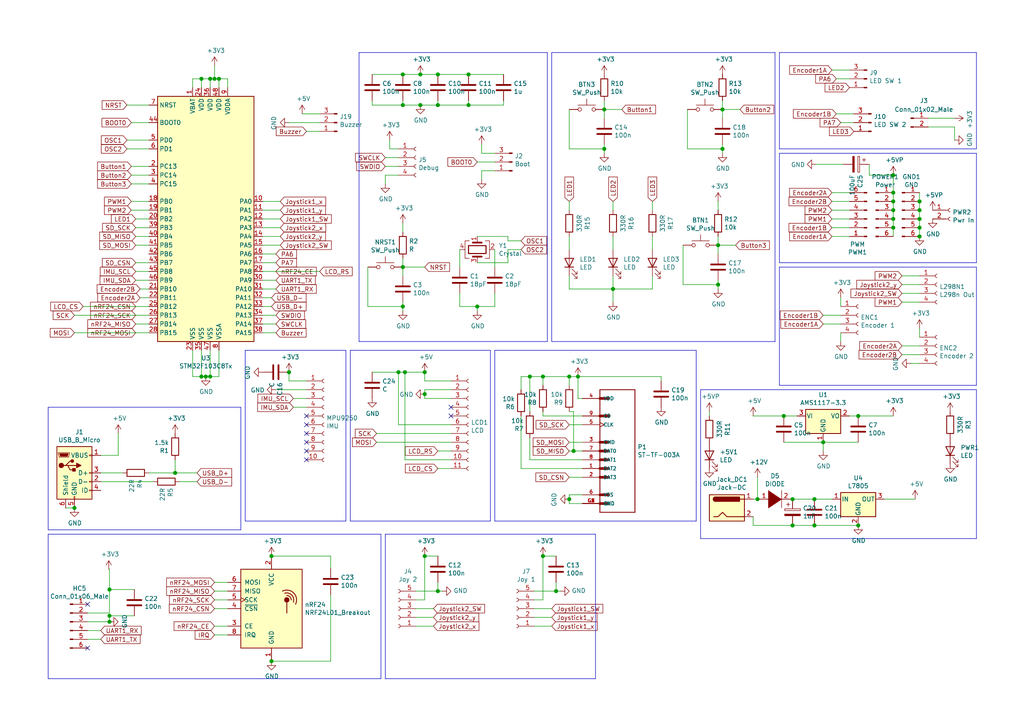
<source format=kicad_sch>
(kicad_sch (version 20200828) (generator eeschema)
  (page 1 1)
  (paper "A4")
  (junction (at 21.59 147.32) (diameter 1.016))
  (junction (at 31.75 170.9928) (diameter 1.016))
  (junction (at 31.75 178.6128) (diameter 1.016))
  (junction (at 31.75 180.34) (diameter 1.016))
  (junction (at 50.8 137.16) (diameter 1.016))
  (junction (at 58.42 22.86) (diameter 1.016))
  (junction (at 58.42 109.22) (diameter 1.016))
  (junction (at 59.69 109.22) (diameter 1.016))
  (junction (at 60.96 22.86) (diameter 1.016))
  (junction (at 60.96 109.22) (diameter 1.016))
  (junction (at 62.23 22.86) (diameter 1.016))
  (junction (at 63.5 22.86) (diameter 1.016))
  (junction (at 78.74 161.29) (diameter 1.016))
  (junction (at 78.74 191.77) (diameter 1.016))
  (junction (at 83.82 107.95) (diameter 1.016))
  (junction (at 115.57 107.95) (diameter 1.016))
  (junction (at 116.84 21.59) (diameter 1.016))
  (junction (at 116.84 30.48) (diameter 1.016))
  (junction (at 116.84 77.47) (diameter 1.016))
  (junction (at 116.84 88.9) (diameter 1.016))
  (junction (at 117.4496 107.95) (diameter 1.016))
  (junction (at 121.92 21.59) (diameter 1.016))
  (junction (at 121.92 30.48) (diameter 1.016))
  (junction (at 123.19 107.95) (diameter 1.016))
  (junction (at 123.19 114.3) (diameter 1.016))
  (junction (at 123.19 161.29) (diameter 1.016))
  (junction (at 127 21.59) (diameter 1.016))
  (junction (at 127 30.48) (diameter 1.016))
  (junction (at 127 171.45) (diameter 1.016))
  (junction (at 135.89 21.59) (diameter 1.016))
  (junction (at 135.89 30.48) (diameter 1.016))
  (junction (at 138.43 88.9) (diameter 1.016))
  (junction (at 153.67 109.22) (diameter 1.016))
  (junction (at 157.48 109.22) (diameter 1.016))
  (junction (at 157.48 161.29) (diameter 1.016))
  (junction (at 161.29 171.45) (diameter 1.016))
  (junction (at 165.1 109.22) (diameter 1.016))
  (junction (at 165.1 144.78) (diameter 1.016))
  (junction (at 166.37 130.81) (diameter 1.016))
  (junction (at 167.64 109.22) (diameter 1.016))
  (junction (at 175.26 31.75) (diameter 1.016))
  (junction (at 175.26 43.18) (diameter 1.016))
  (junction (at 177.8 83.82) (diameter 1.016))
  (junction (at 208.28 71.12) (diameter 1.016))
  (junction (at 208.28 82.55) (diameter 1.016))
  (junction (at 209.55 31.75) (diameter 1.016))
  (junction (at 209.55 43.18) (diameter 1.016))
  (junction (at 219.71 144.78) (diameter 1.016))
  (junction (at 227.33 120.65) (diameter 1.016))
  (junction (at 229.87 144.78) (diameter 1.016))
  (junction (at 229.87 152.4) (diameter 1.016))
  (junction (at 236.22 144.78) (diameter 1.016))
  (junction (at 236.22 152.4) (diameter 1.016))
  (junction (at 238.76 128.27) (diameter 1.016))
  (junction (at 248.92 120.65) (diameter 1.016))
  (junction (at 248.92 152.4) (diameter 1.016))
  (junction (at 259.08 50.8) (diameter 1.016))
  (junction (at 259.08 55.88) (diameter 1.016))
  (junction (at 259.08 58.42) (diameter 1.016))
  (junction (at 259.08 60.96) (diameter 1.016))
  (junction (at 259.08 63.5) (diameter 1.016))
  (junction (at 259.08 66.04) (diameter 1.016))
  (junction (at 266.7 58.42) (diameter 1.016))
  (junction (at 266.7 60.96) (diameter 1.016))
  (junction (at 266.7 63.5) (diameter 1.016))
  (junction (at 266.7 66.04) (diameter 1.016))
  (junction (at 266.7 68.58) (diameter 1.016))
  (no_connect (at 88.9 130.81))
  (no_connect (at 88.9 123.19))
  (no_connect (at 88.9 120.65))
  (no_connect (at 88.9 125.73))
  (no_connect (at 130.81 118.11))
  (no_connect (at 130.81 120.65))
  (no_connect (at 88.9 128.27))
  (no_connect (at 25.4 175.26))
  (no_connect (at 88.9 133.35))
  (no_connect (at 25.4 187.96))
  (wire (pts (xy 19.05 147.32) (xy 21.59 147.32)))
  (wire (pts (xy 21.59 91.44) (xy 43.18 91.44)))
  (wire (pts (xy 21.59 96.52) (xy 43.18 96.52)))
  (wire (pts (xy 25.4 177.8) (xy 31.75 177.8)))
  (wire (pts (xy 25.4 180.34) (xy 31.75 180.34)))
  (wire (pts (xy 25.4 185.42) (xy 29.21 185.42)))
  (wire (pts (xy 29.21 132.08) (xy 34.29 132.08)))
  (wire (pts (xy 29.21 137.16) (xy 35.56 137.16)))
  (wire (pts (xy 29.21 139.7) (xy 44.45 139.7)))
  (wire (pts (xy 29.21 182.88) (xy 25.4 182.88)))
  (wire (pts (xy 31.75 165.1508) (xy 31.5468 165.1508)))
  (wire (pts (xy 31.75 170.9928) (xy 31.75 165.1508)))
  (wire (pts (xy 31.75 170.9928) (xy 31.75 177.8)))
  (wire (pts (xy 31.75 170.9928) (xy 38.9636 170.9928)))
  (wire (pts (xy 31.75 178.562) (xy 31.75 178.6128)))
  (wire (pts (xy 31.75 178.6128) (xy 31.75 178.562)))
  (wire (pts (xy 31.75 178.6128) (xy 38.9636 178.6128)))
  (wire (pts (xy 31.75 180.34) (xy 31.75 178.6128)))
  (wire (pts (xy 34.29 125.73) (xy 34.29 132.08)))
  (wire (pts (xy 36.83 43.18) (xy 43.18 43.18)))
  (wire (pts (xy 38.1 48.26) (xy 43.18 48.26)))
  (wire (pts (xy 38.1 60.96) (xy 43.18 60.96)))
  (wire (pts (xy 39.37 63.5) (xy 43.18 63.5)))
  (wire (pts (xy 39.37 68.58) (xy 43.18 68.58)))
  (wire (pts (xy 39.37 71.12) (xy 43.18 71.12)))
  (wire (pts (xy 39.37 76.2) (xy 43.18 76.2)))
  (wire (pts (xy 39.37 78.74) (xy 43.18 78.74)))
  (wire (pts (xy 39.37 81.28) (xy 43.18 81.28)))
  (wire (pts (xy 39.37 93.98) (xy 43.18 93.98)))
  (wire (pts (xy 40.64 83.82) (xy 43.18 83.82)))
  (wire (pts (xy 43.18 30.48) (xy 36.83 30.48)))
  (wire (pts (xy 43.18 35.56) (xy 38.1 35.56)))
  (wire (pts (xy 43.18 40.64) (xy 36.83 40.64)))
  (wire (pts (xy 43.18 50.8) (xy 38.1 50.8)))
  (wire (pts (xy 43.18 53.34) (xy 38.1 53.34)))
  (wire (pts (xy 43.18 58.42) (xy 38.1 58.42)))
  (wire (pts (xy 43.18 66.04) (xy 39.37 66.04)))
  (wire (pts (xy 43.18 86.36) (xy 40.64 86.36)))
  (wire (pts (xy 43.18 88.9) (xy 24.13 88.9)))
  (wire (pts (xy 43.18 137.16) (xy 50.8 137.16)))
  (wire (pts (xy 50.8 137.16) (xy 50.8 133.35)))
  (wire (pts (xy 50.8 137.16) (xy 57.15 137.16)))
  (wire (pts (xy 52.07 139.7) (xy 57.15 139.7)))
  (wire (pts (xy 55.88 22.86) (xy 58.42 22.86)))
  (wire (pts (xy 55.88 25.4) (xy 55.88 22.86)))
  (wire (pts (xy 55.88 101.6) (xy 55.88 109.22)))
  (wire (pts (xy 55.88 109.22) (xy 58.42 109.22)))
  (wire (pts (xy 58.42 22.86) (xy 60.96 22.86)))
  (wire (pts (xy 58.42 25.4) (xy 58.42 22.86)))
  (wire (pts (xy 58.42 101.6) (xy 58.42 109.22)))
  (wire (pts (xy 58.42 109.22) (xy 59.69 109.22)))
  (wire (pts (xy 59.69 109.22) (xy 60.96 109.22)))
  (wire (pts (xy 60.96 22.86) (xy 62.23 22.86)))
  (wire (pts (xy 60.96 25.4) (xy 60.96 22.86)))
  (wire (pts (xy 60.96 101.6) (xy 60.96 109.22)))
  (wire (pts (xy 60.96 109.22) (xy 63.5 109.22)))
  (wire (pts (xy 62.23 19.05) (xy 62.23 22.86)))
  (wire (pts (xy 62.23 22.86) (xy 63.5 22.86)))
  (wire (pts (xy 62.23 168.91) (xy 66.04 168.91)))
  (wire (pts (xy 62.23 171.45) (xy 66.04 171.45)))
  (wire (pts (xy 62.23 176.53) (xy 66.04 176.53)))
  (wire (pts (xy 62.23 181.61) (xy 66.04 181.61)))
  (wire (pts (xy 62.23 184.15) (xy 66.04 184.15)))
  (wire (pts (xy 63.5 22.86) (xy 66.04 22.86)))
  (wire (pts (xy 63.5 25.4) (xy 63.5 22.86)))
  (wire (pts (xy 63.5 109.22) (xy 63.5 101.6)))
  (wire (pts (xy 66.04 22.86) (xy 66.04 25.4)))
  (wire (pts (xy 66.04 173.99) (xy 62.23 173.99)))
  (wire (pts (xy 76.2 58.42) (xy 81.28 58.42)))
  (wire (pts (xy 76.2 60.96) (xy 81.28 60.96)))
  (wire (pts (xy 76.2 68.58) (xy 81.28 68.58)))
  (wire (pts (xy 76.2 73.66) (xy 80.01 73.66)))
  (wire (pts (xy 76.2 78.74) (xy 92.71 78.74)))
  (wire (pts (xy 76.2 83.82) (xy 80.01 83.82)))
  (wire (pts (xy 76.2 86.36) (xy 78.74 86.36)))
  (wire (pts (xy 76.2 88.9) (xy 78.74 88.9)))
  (wire (pts (xy 76.2 91.44) (xy 80.01 91.44)))
  (wire (pts (xy 76.2 96.52) (xy 80.01 96.52)))
  (wire (pts (xy 78.74 161.29) (xy 95.9104 161.29)))
  (wire (pts (xy 80.01 76.2) (xy 76.2 76.2)))
  (wire (pts (xy 80.01 81.28) (xy 76.2 81.28)))
  (wire (pts (xy 80.01 93.98) (xy 76.2 93.98)))
  (wire (pts (xy 81.28 63.5) (xy 76.2 63.5)))
  (wire (pts (xy 81.28 66.04) (xy 76.2 66.04)))
  (wire (pts (xy 81.28 71.12) (xy 76.2 71.12)))
  (wire (pts (xy 83.82 35.56) (xy 92.71 35.56)))
  (wire (pts (xy 83.82 107.95) (xy 83.82 110.49)))
  (wire (pts (xy 83.82 110.49) (xy 88.9 110.49)))
  (wire (pts (xy 85.09 115.57) (xy 88.9 115.57)))
  (wire (pts (xy 85.09 118.11) (xy 88.9 118.11)))
  (wire (pts (xy 88.9 113.03) (xy 80.01 113.03)))
  (wire (pts (xy 92.71 33.02) (xy 87.63 33.02)))
  (wire (pts (xy 92.71 38.1) (xy 88.9 38.1)))
  (wire (pts (xy 95.9104 161.29) (xy 95.9104 164.846)))
  (wire (pts (xy 95.9104 172.466) (xy 95.9104 191.77)))
  (wire (pts (xy 95.9104 191.77) (xy 78.74 191.77)))
  (wire (pts (xy 106.68 77.47) (xy 106.68 88.9)))
  (wire (pts (xy 106.68 88.9) (xy 116.84 88.9)))
  (wire (pts (xy 107.95 21.59) (xy 116.84 21.59)))
  (wire (pts (xy 107.95 29.21) (xy 107.95 30.48)))
  (wire (pts (xy 107.95 30.48) (xy 116.84 30.48)))
  (wire (pts (xy 107.95 107.95) (xy 115.57 107.95)))
  (wire (pts (xy 109.22 125.73) (xy 130.81 125.73)))
  (wire (pts (xy 109.22 128.27) (xy 130.81 128.27)))
  (wire (pts (xy 111.76 45.72) (xy 115.57 45.72)))
  (wire (pts (xy 111.76 50.8) (xy 111.76 53.34)))
  (wire (pts (xy 113.03 40.64) (xy 113.03 43.18)))
  (wire (pts (xy 113.03 43.18) (xy 115.57 43.18)))
  (wire (pts (xy 115.57 48.26) (xy 111.76 48.26)))
  (wire (pts (xy 115.57 50.8) (xy 111.76 50.8)))
  (wire (pts (xy 115.57 107.95) (xy 117.4496 107.95)))
  (wire (pts (xy 115.57 123.19) (xy 115.57 107.95)))
  (wire (pts (xy 116.84 21.59) (xy 121.92 21.59)))
  (wire (pts (xy 116.84 29.21) (xy 116.84 30.48)))
  (wire (pts (xy 116.84 30.48) (xy 121.92 30.48)))
  (wire (pts (xy 116.84 64.77) (xy 116.84 67.31)))
  (wire (pts (xy 116.84 77.47) (xy 116.84 74.93)))
  (wire (pts (xy 116.84 77.47) (xy 123.19 77.47)))
  (wire (pts (xy 116.84 80.01) (xy 116.84 77.47)))
  (wire (pts (xy 116.84 87.63) (xy 116.84 88.9)))
  (wire (pts (xy 116.84 88.9) (xy 116.84 90.17)))
  (wire (pts (xy 117.4496 107.95) (xy 123.19 107.95)))
  (wire (pts (xy 117.4496 133.35) (xy 117.4496 107.95)))
  (wire (pts (xy 117.4496 133.35) (xy 130.81 133.35)))
  (wire (pts (xy 120.65 173.99) (xy 123.19 173.99)))
  (wire (pts (xy 120.65 179.07) (xy 125.73 179.07)))
  (wire (pts (xy 121.92 21.59) (xy 127 21.59)))
  (wire (pts (xy 121.92 30.48) (xy 127 30.48)))
  (wire (pts (xy 123.19 107.95) (xy 123.19 110.49)))
  (wire (pts (xy 123.19 110.49) (xy 130.81 110.49)))
  (wire (pts (xy 123.19 113.03) (xy 130.81 113.03)))
  (wire (pts (xy 123.19 114.3) (xy 123.19 113.03)))
  (wire (pts (xy 123.19 115.57) (xy 123.19 114.3)))
  (wire (pts (xy 123.19 161.29) (xy 127 161.29)))
  (wire (pts (xy 123.19 173.99) (xy 123.19 161.29)))
  (wire (pts (xy 125.73 176.53) (xy 120.65 176.53)))
  (wire (pts (xy 125.73 181.61) (xy 120.65 181.61)))
  (wire (pts (xy 127 21.59) (xy 135.89 21.59)))
  (wire (pts (xy 127 29.21) (xy 127 30.48)))
  (wire (pts (xy 127 30.48) (xy 135.89 30.48)))
  (wire (pts (xy 127 130.81) (xy 130.81 130.81)))
  (wire (pts (xy 127 135.89) (xy 130.81 135.89)))
  (wire (pts (xy 127 168.91) (xy 127 171.45)))
  (wire (pts (xy 127 171.45) (xy 120.65 171.45)))
  (wire (pts (xy 128.27 171.45) (xy 127 171.45)))
  (wire (pts (xy 130.81 115.57) (xy 123.19 115.57)))
  (wire (pts (xy 130.81 123.19) (xy 115.57 123.19)))
  (wire (pts (xy 133.35 72.39) (xy 133.35 77.47)))
  (wire (pts (xy 133.35 85.09) (xy 133.35 88.9)))
  (wire (pts (xy 133.35 88.9) (xy 138.43 88.9)))
  (wire (pts (xy 135.89 21.59) (xy 146.05 21.59)))
  (wire (pts (xy 135.89 29.21) (xy 135.89 30.48)))
  (wire (pts (xy 138.43 68.58) (xy 147.32 68.58)))
  (wire (pts (xy 138.43 76.2) (xy 147.32 76.2)))
  (wire (pts (xy 138.43 88.9) (xy 143.51 88.9)))
  (wire (pts (xy 138.43 90.17) (xy 138.43 88.9)))
  (wire (pts (xy 139.7 44.45) (xy 139.7 41.91)))
  (wire (pts (xy 139.7 49.53) (xy 143.51 49.53)))
  (wire (pts (xy 139.7 52.07) (xy 139.7 49.53)))
  (wire (pts (xy 143.51 44.45) (xy 139.7 44.45)))
  (wire (pts (xy 143.51 46.99) (xy 138.43 46.99)))
  (wire (pts (xy 143.51 77.47) (xy 143.51 72.39)))
  (wire (pts (xy 143.51 88.9) (xy 143.51 85.09)))
  (wire (pts (xy 146.05 29.21) (xy 146.05 30.48)))
  (wire (pts (xy 146.05 30.48) (xy 135.89 30.48)))
  (wire (pts (xy 147.32 68.58) (xy 147.32 69.85)))
  (wire (pts (xy 147.32 69.85) (xy 151.13 69.85)))
  (wire (pts (xy 147.32 72.39) (xy 151.13 72.39)))
  (wire (pts (xy 147.32 76.2) (xy 147.32 72.39)))
  (wire (pts (xy 151.13 109.22) (xy 153.67 109.22)))
  (wire (pts (xy 151.13 113.03) (xy 151.13 109.22)))
  (wire (pts (xy 151.13 120.65) (xy 151.13 135.89)))
  (wire (pts (xy 153.67 109.22) (xy 157.48 109.22)))
  (wire (pts (xy 153.67 119.38) (xy 153.67 109.22)))
  (wire (pts (xy 153.67 133.35) (xy 153.67 127)))
  (wire (pts (xy 153.67 133.35) (xy 168.91 133.35)))
  (wire (pts (xy 154.94 173.99) (xy 157.48 173.99)))
  (wire (pts (xy 154.94 179.07) (xy 160.02 179.07)))
  (wire (pts (xy 154.94 181.61) (xy 160.02 181.61)))
  (wire (pts (xy 157.48 109.22) (xy 165.1 109.22)))
  (wire (pts (xy 157.48 111.76) (xy 157.48 109.22)))
  (wire (pts (xy 157.48 120.65) (xy 157.48 119.38)))
  (wire (pts (xy 157.48 161.29) (xy 161.29 161.29)))
  (wire (pts (xy 157.48 173.99) (xy 157.48 161.29)))
  (wire (pts (xy 160.02 176.53) (xy 154.94 176.53)))
  (wire (pts (xy 161.29 168.91) (xy 161.29 171.45)))
  (wire (pts (xy 161.29 171.45) (xy 154.94 171.45)))
  (wire (pts (xy 162.56 171.45) (xy 161.29 171.45)))
  (wire (pts (xy 165.1 31.75) (xy 165.1 43.18)))
  (wire (pts (xy 165.1 43.18) (xy 175.26 43.18)))
  (wire (pts (xy 165.1 60.96) (xy 165.1 58.42)))
  (wire (pts (xy 165.1 72.39) (xy 165.1 68.58)))
  (wire (pts (xy 165.1 80.01) (xy 165.1 83.82)))
  (wire (pts (xy 165.1 83.82) (xy 177.8 83.82)))
  (wire (pts (xy 165.1 109.22) (xy 167.64 109.22)))
  (wire (pts (xy 165.1 111.76) (xy 165.1 109.22)))
  (wire (pts (xy 165.1 128.27) (xy 168.91 128.27)))
  (wire (pts (xy 165.1 130.81) (xy 166.37 130.81)))
  (wire (pts (xy 165.1 138.43) (xy 168.91 138.43)))
  (wire (pts (xy 165.1 143.51) (xy 165.1 144.78)))
  (wire (pts (xy 165.1 144.78) (xy 165.1 146.05)))
  (wire (pts (xy 165.1 146.05) (xy 168.91 146.05)))
  (wire (pts (xy 166.37 119.38) (xy 165.1 119.38)))
  (wire (pts (xy 166.37 130.81) (xy 166.37 119.38)))
  (wire (pts (xy 166.37 130.81) (xy 168.91 130.81)))
  (wire (pts (xy 167.64 109.22) (xy 167.64 115.57)))
  (wire (pts (xy 167.64 109.22) (xy 191.77 109.22)))
  (wire (pts (xy 168.91 115.57) (xy 167.64 115.57)))
  (wire (pts (xy 168.91 120.65) (xy 157.48 120.65)))
  (wire (pts (xy 168.91 123.19) (xy 165.1 123.19)))
  (wire (pts (xy 168.91 135.89) (xy 151.13 135.89)))
  (wire (pts (xy 168.91 143.51) (xy 165.1 143.51)))
  (wire (pts (xy 175.26 31.75) (xy 175.26 29.21)))
  (wire (pts (xy 175.26 34.29) (xy 175.26 31.75)))
  (wire (pts (xy 175.26 41.91) (xy 175.26 43.18)))
  (wire (pts (xy 175.26 43.18) (xy 175.26 44.45)))
  (wire (pts (xy 177.8 60.96) (xy 177.8 58.42)))
  (wire (pts (xy 177.8 72.39) (xy 177.8 68.58)))
  (wire (pts (xy 177.8 80.01) (xy 177.8 83.82)))
  (wire (pts (xy 177.8 83.82) (xy 177.8 87.63)))
  (wire (pts (xy 177.8 83.82) (xy 189.23 83.82)))
  (wire (pts (xy 180.34 31.75) (xy 175.26 31.75)))
  (wire (pts (xy 189.23 60.96) (xy 189.23 58.42)))
  (wire (pts (xy 189.23 72.39) (xy 189.23 68.58)))
  (wire (pts (xy 189.23 83.82) (xy 189.23 80.01)))
  (wire (pts (xy 191.77 109.22) (xy 191.77 110.49)))
  (wire (pts (xy 198.12 71.12) (xy 198.12 82.55)))
  (wire (pts (xy 198.12 82.55) (xy 208.28 82.55)))
  (wire (pts (xy 199.39 31.75) (xy 199.39 43.18)))
  (wire (pts (xy 199.39 43.18) (xy 209.55 43.18)))
  (wire (pts (xy 205.74 119.38) (xy 205.74 120.65)))
  (wire (pts (xy 208.28 58.42) (xy 208.28 60.96)))
  (wire (pts (xy 208.28 71.12) (xy 208.28 68.58)))
  (wire (pts (xy 208.28 71.12) (xy 213.36 71.12)))
  (wire (pts (xy 208.28 73.66) (xy 208.28 71.12)))
  (wire (pts (xy 208.28 81.28) (xy 208.28 82.55)))
  (wire (pts (xy 208.28 82.55) (xy 208.28 83.82)))
  (wire (pts (xy 209.55 31.75) (xy 209.55 29.21)))
  (wire (pts (xy 209.55 31.75) (xy 214.63 31.75)))
  (wire (pts (xy 209.55 34.29) (xy 209.55 31.75)))
  (wire (pts (xy 209.55 41.91) (xy 209.55 43.18)))
  (wire (pts (xy 209.55 43.18) (xy 209.55 44.45)))
  (wire (pts (xy 218.44 120.65) (xy 227.33 120.65)))
  (wire (pts (xy 218.44 144.78) (xy 219.71 144.78)))
  (wire (pts (xy 218.44 149.86) (xy 218.44 152.4)))
  (wire (pts (xy 218.44 152.4) (xy 229.87 152.4)))
  (wire (pts (xy 219.71 144.78) (xy 219.71 138.43)))
  (wire (pts (xy 227.33 128.27) (xy 238.76 128.27)))
  (wire (pts (xy 229.87 144.78) (xy 236.22 144.78)))
  (wire (pts (xy 229.87 152.4) (xy 236.22 152.4)))
  (wire (pts (xy 231.14 120.65) (xy 227.33 120.65)))
  (wire (pts (xy 236.22 144.78) (xy 241.3 144.78)))
  (wire (pts (xy 236.22 152.4) (xy 248.92 152.4)))
  (wire (pts (xy 236.6772 47.6504) (xy 244.5004 47.6504)))
  (wire (pts (xy 238.76 128.27) (xy 238.76 130.81)))
  (wire (pts (xy 238.76 128.27) (xy 248.92 128.27)))
  (wire (pts (xy 241.3 60.96) (xy 246.38 60.96)))
  (wire (pts (xy 242.57 22.86) (xy 246.38 22.86)))
  (wire (pts (xy 243.84 88.9) (xy 243.84 86.36)))
  (wire (pts (xy 243.84 91.44) (xy 238.76 91.44)))
  (wire (pts (xy 243.84 93.98) (xy 238.76 93.98)))
  (wire (pts (xy 243.84 96.52) (xy 243.84 99.06)))
  (wire (pts (xy 246.38 20.32) (xy 241.3 20.32)))
  (wire (pts (xy 246.38 55.88) (xy 241.3 55.88)))
  (wire (pts (xy 246.38 58.42) (xy 241.3 58.42)))
  (wire (pts (xy 246.38 63.5) (xy 241.3 63.5)))
  (wire (pts (xy 246.38 66.04) (xy 241.3 66.04)))
  (wire (pts (xy 246.38 68.58) (xy 241.3 68.58)))
  (wire (pts (xy 247.65 33.02) (xy 242.57 33.02)))
  (wire (pts (xy 247.65 35.56) (xy 243.84 35.56)))
  (wire (pts (xy 248.92 120.65) (xy 246.38 120.65)))
  (wire (pts (xy 248.92 120.65) (xy 259.08 120.65)))
  (wire (pts (xy 252.1204 50.8) (xy 252.1204 47.6504)))
  (wire (pts (xy 256.54 144.78) (xy 265.43 144.78)))
  (wire (pts (xy 259.08 50.8) (xy 252.1204 50.8)))
  (wire (pts (xy 259.08 55.88) (xy 259.08 50.8)))
  (wire (pts (xy 259.08 58.42) (xy 259.08 55.88)))
  (wire (pts (xy 259.08 60.96) (xy 259.08 58.42)))
  (wire (pts (xy 259.08 63.5) (xy 259.08 60.96)))
  (wire (pts (xy 259.08 66.04) (xy 259.08 63.5)))
  (wire (pts (xy 259.08 68.58) (xy 259.08 66.04)))
  (wire (pts (xy 261.62 80.01) (xy 266.7 80.01)))
  (wire (pts (xy 261.62 85.09) (xy 266.7 85.09)))
  (wire (pts (xy 264.16 105.41) (xy 266.7 105.41)))
  (wire (pts (xy 266.7 55.88) (xy 266.7 58.42)))
  (wire (pts (xy 266.7 58.42) (xy 266.7 60.96)))
  (wire (pts (xy 266.7 60.96) (xy 266.7 63.5)))
  (wire (pts (xy 266.7 63.5) (xy 266.7 66.04)))
  (wire (pts (xy 266.7 66.04) (xy 266.7 68.58)))
  (wire (pts (xy 266.7 82.55) (xy 261.62 82.55)))
  (wire (pts (xy 266.7 87.63) (xy 261.62 87.63)))
  (wire (pts (xy 266.7 97.79) (xy 266.7 95.25)))
  (wire (pts (xy 266.7 100.33) (xy 261.62 100.33)))
  (wire (pts (xy 266.7 102.87) (xy 261.62 102.87)))
  (wire (pts (xy 269.24 34.29) (xy 276.86 34.29)))
  (wire (pts (xy 269.24 36.83) (xy 276.86 36.83)))
  (wire (pts (xy 276.86 40.64) (xy 276.86 36.83)))
  (polyline (pts (xy 13.97 118.11) (xy 69.85 118.11)) (stroke (width 0) (type solid)))
  (polyline (pts (xy 13.97 153.67) (xy 13.97 118.11)) (stroke (width 0) (type solid)))
  (polyline (pts (xy 13.97 154.94) (xy 13.97 196.85)) (stroke (width 0) (type solid)))
  (polyline (pts (xy 13.97 196.85) (xy 110.49 196.85)) (stroke (width 0) (type solid)))
  (polyline (pts (xy 69.85 118.11) (xy 69.85 153.67)) (stroke (width 0) (type solid)))
  (polyline (pts (xy 69.85 153.67) (xy 13.97 153.67)) (stroke (width 0) (type solid)))
  (polyline (pts (xy 71.12 101.6) (xy 100.33 101.6)) (stroke (width 0) (type solid)))
  (polyline (pts (xy 71.12 151.13) (xy 71.12 101.6)) (stroke (width 0) (type solid)))
  (polyline (pts (xy 100.33 101.6) (xy 100.33 151.13)) (stroke (width 0) (type solid)))
  (polyline (pts (xy 100.33 151.13) (xy 71.12 151.13)) (stroke (width 0) (type solid)))
  (polyline (pts (xy 101.6 101.6) (xy 142.24 101.6)) (stroke (width 0) (type solid)))
  (polyline (pts (xy 101.6 151.13) (xy 101.6 101.6)) (stroke (width 0) (type solid)))
  (polyline (pts (xy 104.14 99.06) (xy 104.14 15.24)) (stroke (width 0) (type solid)))
  (polyline (pts (xy 104.14 99.06) (xy 158.75 99.06)) (stroke (width 0) (type solid)))
  (polyline (pts (xy 110.49 154.94) (xy 13.97 154.94)) (stroke (width 0) (type solid)))
  (polyline (pts (xy 110.49 196.85) (xy 110.49 154.94)) (stroke (width 0) (type solid)))
  (polyline (pts (xy 111.76 154.94) (xy 111.76 196.85)) (stroke (width 0) (type solid)))
  (polyline (pts (xy 111.76 196.85) (xy 172.72 196.85)) (stroke (width 0) (type solid)))
  (polyline (pts (xy 142.24 101.6) (xy 142.24 151.13)) (stroke (width 0) (type solid)))
  (polyline (pts (xy 142.24 151.13) (xy 101.6 151.13)) (stroke (width 0) (type solid)))
  (polyline (pts (xy 143.51 101.6) (xy 201.93 101.6)) (stroke (width 0) (type solid)))
  (polyline (pts (xy 143.51 151.13) (xy 143.51 101.6)) (stroke (width 0) (type solid)))
  (polyline (pts (xy 158.75 15.24) (xy 104.14 15.24)) (stroke (width 0) (type solid)))
  (polyline (pts (xy 158.75 99.06) (xy 158.75 15.24)) (stroke (width 0) (type solid)))
  (polyline (pts (xy 160.02 15.24) (xy 160.02 99.06)) (stroke (width 0) (type solid)))
  (polyline (pts (xy 160.02 15.24) (xy 224.79 15.24)) (stroke (width 0) (type solid)))
  (polyline (pts (xy 160.02 99.06) (xy 224.79 99.06)) (stroke (width 0) (type solid)))
  (polyline (pts (xy 172.72 154.94) (xy 111.76 154.94)) (stroke (width 0) (type solid)))
  (polyline (pts (xy 172.72 196.85) (xy 172.72 154.94)) (stroke (width 0) (type solid)))
  (polyline (pts (xy 201.93 101.6) (xy 201.93 151.13)) (stroke (width 0) (type solid)))
  (polyline (pts (xy 201.93 151.13) (xy 143.51 151.13)) (stroke (width 0) (type solid)))
  (polyline (pts (xy 203.2 113.03) (xy 203.2 156.21)) (stroke (width 0) (type solid)))
  (polyline (pts (xy 203.2 156.21) (xy 283.21 156.21)) (stroke (width 0) (type solid)))
  (polyline (pts (xy 224.79 15.24) (xy 224.79 99.06)) (stroke (width 0) (type solid)))
  (polyline (pts (xy 226.06 15.24) (xy 226.06 43.18)) (stroke (width 0) (type solid)))
  (polyline (pts (xy 226.06 43.18) (xy 283.21 43.18)) (stroke (width 0) (type solid)))
  (polyline (pts (xy 226.06 44.45) (xy 226.06 76.2)) (stroke (width 0) (type solid)))
  (polyline (pts (xy 226.06 44.45) (xy 283.21 44.45)) (stroke (width 0) (type solid)))
  (polyline (pts (xy 226.06 77.47) (xy 283.21 77.47)) (stroke (width 0) (type solid)))
  (polyline (pts (xy 226.06 111.76) (xy 226.06 77.47)) (stroke (width 0) (type solid)))
  (polyline (pts (xy 283.21 15.24) (xy 226.06 15.24)) (stroke (width 0) (type solid)))
  (polyline (pts (xy 283.21 43.18) (xy 283.21 15.24)) (stroke (width 0) (type solid)))
  (polyline (pts (xy 283.21 44.45) (xy 283.21 76.2)) (stroke (width 0) (type solid)))
  (polyline (pts (xy 283.21 76.2) (xy 226.06 76.2)) (stroke (width 0) (type solid)))
  (polyline (pts (xy 283.21 77.47) (xy 283.21 111.76)) (stroke (width 0) (type solid)))
  (polyline (pts (xy 283.21 111.76) (xy 226.06 111.76)) (stroke (width 0) (type solid)))
  (polyline (pts (xy 283.21 113.03) (xy 203.2 113.03)) (stroke (width 0) (type solid)))
  (polyline (pts (xy 283.21 156.21) (xy 283.21 113.03)) (stroke (width 0) (type solid)))
  (global_label "SCK" (shape input) (at 21.59 91.44 180))
  (global_label "MOSI" (shape input) (at 21.59 96.52 180))
  (global_label "LCD_CS" (shape input) (at 24.13 88.9 180))
  (global_label "UART1_RX" (shape input) (at 29.21 182.88 0))
  (global_label "UART1_TX" (shape input) (at 29.21 185.42 0))
  (global_label "NRST" (shape input) (at 36.83 30.48 180))
  (global_label "OSC1" (shape input) (at 36.83 40.64 180))
  (global_label "OSC2" (shape input) (at 36.83 43.18 180))
  (global_label "BOOT0" (shape input) (at 38.1 35.56 180))
  (global_label "Button1" (shape input) (at 38.1 48.26 180))
  (global_label "Button2" (shape input) (at 38.1 50.8 180))
  (global_label "Button3" (shape input) (at 38.1 53.34 180))
  (global_label "PWM1" (shape input) (at 38.1 58.42 180))
  (global_label "PWM2" (shape input) (at 38.1 60.96 180))
  (global_label "LED1" (shape input) (at 39.37 63.5 180))
  (global_label "SD_SCK" (shape input) (at 39.37 66.04 180))
  (global_label "SD_MISO" (shape input) (at 39.37 68.58 180))
  (global_label "SD_MOSI" (shape input) (at 39.37 71.12 180))
  (global_label "SD_CSN" (shape input) (at 39.37 76.2 180))
  (global_label "IMU_SCL" (shape input) (at 39.37 78.74 180))
  (global_label "IMU_SDA" (shape input) (at 39.37 81.28 180))
  (global_label "nRF24_CSN" (shape input) (at 39.37 88.9 180))
  (global_label "nRF24_SCK" (shape input) (at 39.37 91.44 180))
  (global_label "nRF24_MISO" (shape input) (at 39.37 93.98 180))
  (global_label "nRF24_MOSI" (shape input) (at 39.37 96.52 180))
  (global_label "Encoder2B" (shape input) (at 40.64 83.82 180))
  (global_label "Encoder2A" (shape input) (at 40.64 86.36 180))
  (global_label "USB_D+" (shape input) (at 57.15 137.16 0))
  (global_label "USB_D-" (shape input) (at 57.15 139.7 0))
  (global_label "nRF24_MOSI" (shape input) (at 62.23 168.91 180))
  (global_label "nRF24_MISO" (shape input) (at 62.23 171.45 180))
  (global_label "nRF24_SCK" (shape input) (at 62.23 173.99 180))
  (global_label "nRF24_CSN" (shape input) (at 62.23 176.53 180))
  (global_label "nRF24_CE" (shape input) (at 62.23 181.61 180))
  (global_label "IRQ" (shape input) (at 62.23 184.15 180))
  (global_label "USB_D-" (shape input) (at 78.74 86.36 0))
  (global_label "USB_D+" (shape input) (at 78.74 88.9 0))
  (global_label "PA6" (shape input) (at 80.01 73.66 0))
  (global_label "PA7" (shape input) (at 80.01 76.2 0))
  (global_label "nRF24_CE" (shape input) (at 80.01 78.74 0))
  (global_label "UART1_TX" (shape input) (at 80.01 81.28 0))
  (global_label "UART1_RX" (shape input) (at 80.01 83.82 0))
  (global_label "SWDIO" (shape input) (at 80.01 91.44 0))
  (global_label "SWCLK" (shape input) (at 80.01 93.98 0))
  (global_label "Buzzer" (shape input) (at 80.01 96.52 0))
  (global_label "Joystick1_x" (shape input) (at 81.28 58.42 0))
  (global_label "Joystick1_y" (shape input) (at 81.28 60.96 0))
  (global_label "Joystick1_SW" (shape input) (at 81.28 63.5 0))
  (global_label "Joystick2_x" (shape input) (at 81.28 66.04 0))
  (global_label "Joystick2_y" (shape input) (at 81.28 68.58 0))
  (global_label "Joystick2_SW" (shape input) (at 81.28 71.12 0))
  (global_label "IMU_SCL" (shape input) (at 85.09 115.57 180))
  (global_label "IMU_SDA" (shape input) (at 85.09 118.11 180))
  (global_label "Buzzer" (shape input) (at 88.9 38.1 180))
  (global_label "LCD_RS" (shape input) (at 92.71 78.74 0))
  (global_label "SCK" (shape input) (at 109.22 125.73 180))
  (global_label "MOSI" (shape input) (at 109.22 128.27 180))
  (global_label "SWCLK" (shape input) (at 111.76 45.72 180))
  (global_label "SWDIO" (shape input) (at 111.76 48.26 180))
  (global_label "NRST" (shape input) (at 123.19 77.47 0))
  (global_label "Joystick2_SW" (shape input) (at 125.73 176.53 0))
  (global_label "Joystick2_y" (shape input) (at 125.73 179.07 0))
  (global_label "Joystick2_x" (shape input) (at 125.73 181.61 0))
  (global_label "LCD_RS" (shape input) (at 127 130.81 180))
  (global_label "LCD_CS" (shape input) (at 127 135.89 180))
  (global_label "BOOT0" (shape input) (at 138.43 46.99 180))
  (global_label "OSC1" (shape input) (at 151.13 69.85 0))
  (global_label "OSC2" (shape input) (at 151.13 72.39 0))
  (global_label "Joystick1_SW" (shape input) (at 160.02 176.53 0))
  (global_label "Joystick1_y" (shape input) (at 160.02 179.07 0))
  (global_label "Joystick1_x" (shape input) (at 160.02 181.61 0))
  (global_label "LED1" (shape input) (at 165.1 58.42 90))
  (global_label "SD_SCK" (shape input) (at 165.1 123.19 180))
  (global_label "SD_MOSI" (shape input) (at 165.1 128.27 180))
  (global_label "SD_MISO" (shape input) (at 165.1 130.81 180))
  (global_label "SD_CSN" (shape input) (at 165.1 138.43 180))
  (global_label "LED2" (shape input) (at 177.8 58.42 90))
  (global_label "Button1" (shape input) (at 180.34 31.75 0))
  (global_label "LED3" (shape input) (at 189.23 58.42 90))
  (global_label "Button3" (shape input) (at 213.36 71.12 0))
  (global_label "Button2" (shape input) (at 214.63 31.75 0))
  (global_label "Encoder1B" (shape input) (at 238.76 91.44 180))
  (global_label "Encoder1A" (shape input) (at 238.76 93.98 180))
  (global_label "Encoder1A" (shape input) (at 241.3 20.32 180))
  (global_label "Encoder2A" (shape input) (at 241.3 55.88 180))
  (global_label "Encoder2B" (shape input) (at 241.3 58.42 180))
  (global_label "PWM2" (shape input) (at 241.3 60.96 180))
  (global_label "PWM1" (shape input) (at 241.3 63.5 180))
  (global_label "Encoder1B" (shape input) (at 241.3 66.04 180))
  (global_label "Encoder1A" (shape input) (at 241.3 68.58 180))
  (global_label "PA6" (shape input) (at 242.57 22.86 180))
  (global_label "Encoder1B" (shape input) (at 242.57 33.02 180))
  (global_label "PA7" (shape input) (at 243.84 35.56 180))
  (global_label "LED2" (shape input) (at 246.38 25.4 180))
  (global_label "LED3" (shape input) (at 247.65 38.1 180))
  (global_label "PWM2" (shape input) (at 261.62 80.01 180))
  (global_label "Joystick2_y" (shape input) (at 261.62 82.55 180))
  (global_label "Joystick2_SW" (shape input) (at 261.62 85.09 180))
  (global_label "PWM1" (shape input) (at 261.62 87.63 180))
  (global_label "Encoder2A" (shape input) (at 261.62 100.33 180))
  (global_label "Encoder2B" (shape input) (at 261.62 102.87 180))
  (symbol (lib_id "power:+3.3V") (at 31.5468 165.1508 0) (unit 1)
    (property "Reference" "#PWR0139" (effects hide))
    (property "Value" "+3.3V" (at 31.9278 160.7566 0))
  )
  (symbol (lib_id "power:+5V") (at 34.29 125.73 0) (unit 1)
    (property "Reference" "#PWR0111" (effects hide))
    (property "Value" "+5V" (at 34.671 121.3358 0))
  )
  (symbol (lib_id "power:+3.3V") (at 50.8 125.73 0) (unit 1)
    (property "Reference" "#PWR0124" (effects hide))
    (property "Value" "+3.3V" (at 51.181 121.3358 0))
  )
  (symbol (lib_id "power:+3.3V") (at 62.23 19.05 0) (unit 1)
    (property "Reference" "#PWR0109" (effects hide))
    (property "Value" "+3.3V" (at 62.611 14.6558 0))
  )
  (symbol (lib_id "power:+3.3V") (at 78.74 161.29 0) (unit 1)
    (property "Reference" "#PWR0101" (effects hide))
    (property "Value" "+3.3V" (at 79.121 156.8958 0))
  )
  (symbol (lib_id "power:+3.3V") (at 83.82 107.95 0) (unit 1)
    (property "Reference" "#PWR0128" (effects hide))
    (property "Value" "+3.3V" (at 84.201 103.5558 0))
  )
  (symbol (lib_id "power:+5V") (at 87.63 33.02 0) (unit 1)
    (property "Reference" "#PWR0127" (effects hide))
    (property "Value" "+5V" (at 88.011 28.6258 0))
  )
  (symbol (lib_id "power:+3.3V") (at 113.03 40.64 0) (unit 1)
    (property "Reference" "#PWR0137" (effects hide))
    (property "Value" "+3.3V" (at 113.411 36.2458 0))
  )
  (symbol (lib_id "power:+3.3V") (at 116.84 64.77 0) (unit 1)
    (property "Reference" "#PWR0133" (effects hide))
    (property "Value" "+3.3V" (at 117.221 60.3758 0))
  )
  (symbol (lib_id "power:+3.3V") (at 121.92 21.59 0) (unit 1)
    (property "Reference" "#PWR0131" (effects hide))
    (property "Value" "+3.3V" (at 122.301 17.1958 0))
  )
  (symbol (lib_id "power:+5V") (at 123.19 107.95 0) (unit 1)
    (property "Reference" "#PWR0108" (effects hide))
    (property "Value" "+5V" (at 123.571 103.5558 0))
  )
  (symbol (lib_id "power:+3.3V") (at 123.19 161.29 0) (unit 1)
    (property "Reference" "#PWR0105" (effects hide))
    (property "Value" "+3.3V" (at 123.571 156.8958 0))
  )
  (symbol (lib_id "power:+3.3V") (at 139.7 41.91 0) (unit 1)
    (property "Reference" "#PWR0136" (effects hide))
    (property "Value" "+3.3V" (at 140.081 37.5158 0))
  )
  (symbol (lib_id "power:+3.3V") (at 157.48 161.29 0) (unit 1)
    (property "Reference" "#PWR0107" (effects hide))
    (property "Value" "+3.3V" (at 157.861 156.8958 0))
  )
  (symbol (lib_id "power:+3.3V") (at 167.64 109.22 0) (unit 1)
    (property "Reference" "#PWR0141" (effects hide))
    (property "Value" "+3.3V" (at 168.021 104.8258 0))
  )
  (symbol (lib_id "power:+3.3V") (at 175.26 21.59 0) (unit 1)
    (property "Reference" "#PWR0120" (effects hide))
    (property "Value" "+3.3V" (at 175.641 17.1958 0))
  )
  (symbol (lib_id "power:+5VP") (at 205.74 119.38 0) (unit 1)
    (property "Reference" "#PWR0159" (effects hide))
    (property "Value" "+5VP" (at 206.121 114.9858 0))
  )
  (symbol (lib_id "power:+3.3V") (at 208.28 58.42 0) (unit 1)
    (property "Reference" "#PWR0125" (effects hide))
    (property "Value" "+3.3V" (at 208.661 54.0258 0))
  )
  (symbol (lib_id "power:+3.3V") (at 209.55 21.59 0) (unit 1)
    (property "Reference" "#PWR0122" (effects hide))
    (property "Value" "+3.3V" (at 209.931 17.1958 0))
  )
  (symbol (lib_id "power:+5V") (at 218.44 120.65 0) (unit 1)
    (property "Reference" "#PWR0116" (effects hide))
    (property "Value" "+5V" (at 218.821 116.2558 0))
  )
  (symbol (lib_id "power:+12V") (at 219.71 138.43 0) (unit 1)
    (property "Reference" "#PWR0152" (effects hide))
    (property "Value" "+12V" (at 220.091 134.0358 0))
  )
  (symbol (lib_id "power:+3.3V") (at 243.84 86.36 0) (unit 1)
    (property "Reference" "#PWR0144" (effects hide))
    (property "Value" "+3.3V" (at 244.221 81.9658 0))
  )
  (symbol (lib_id "power:+5VP") (at 259.08 50.8 0) (unit 1)
    (property "Reference" "#PWR0148" (effects hide))
    (property "Value" "+5VP" (at 259.461 46.4058 0))
  )
  (symbol (lib_id "power:+3.3V") (at 259.08 120.65 0) (unit 1)
    (property "Reference" "#PWR0117" (effects hide))
    (property "Value" "+3.3V" (at 259.461 116.2558 0))
  )
  (symbol (lib_id "power:+5V") (at 265.43 144.78 0) (unit 1)
    (property "Reference" "#PWR0151" (effects hide))
    (property "Value" "+5V" (at 265.811 140.3858 0))
  )
  (symbol (lib_id "power:+3.3V") (at 266.7 95.25 0) (unit 1)
    (property "Reference" "#PWR0143" (effects hide))
    (property "Value" "+3.3V" (at 267.081 90.8558 0))
  )
  (symbol (lib_id "power:+5VP") (at 270.51 60.96 0) (unit 1)
    (property "Reference" "#PWR0153" (effects hide))
    (property "Value" "+5VP" (at 270.891 56.5658 0))
  )
  (symbol (lib_id "power:+3.3V") (at 275.59 119.38 0) (unit 1)
    (property "Reference" "#PWR0114" (effects hide))
    (property "Value" "+3.3V" (at 275.971 114.9858 0))
  )
  (symbol (lib_id "power:+3.3V") (at 276.86 34.29 270) (unit 1)
    (property "Reference" "#PWR0160" (effects hide))
    (property "Value" "+3.3V" (at 281.2542 34.671 0))
  )
  (symbol (lib_id "power:GND") (at 21.59 147.32 0) (unit 1)
    (property "Reference" "#PWR0112" (effects hide))
    (property "Value" "GND" (at 21.717 151.7142 0))
  )
  (symbol (lib_id "power:GND") (at 31.75 180.34 90) (unit 1)
    (property "Reference" "#PWR0103" (effects hide))
    (property "Value" "GND" (at 36.1442 180.213 0))
  )
  (symbol (lib_id "power:GND") (at 59.69 109.22 0) (unit 1)
    (property "Reference" "#PWR0129" (effects hide))
    (property "Value" "GND" (at 59.817 113.6142 0))
  )
  (symbol (lib_id "power:GND") (at 76.2 107.95 270) (unit 1)
    (property "Reference" "#PWR0156" (effects hide))
    (property "Value" "GND" (at 71.8058 108.077 0))
  )
  (symbol (lib_id "power:GND") (at 78.74 191.77 0) (unit 1)
    (property "Reference" "#PWR0102" (effects hide))
    (property "Value" "GND" (at 78.867 196.1642 0))
  )
  (symbol (lib_id "power:GND") (at 80.01 113.03 270) (unit 1)
    (property "Reference" "#PWR0134" (effects hide))
    (property "Value" "GND" (at 76.7588 113.157 90) (effects (justify right)))
  )
  (symbol (lib_id "power:GND") (at 83.82 35.56 270) (unit 1)
    (property "Reference" "#PWR0126" (effects hide))
    (property "Value" "GND" (at 79.4258 35.687 0))
  )
  (symbol (lib_id "power:GND") (at 107.95 115.57 0) (unit 1)
    (property "Reference" "#PWR0155" (effects hide))
    (property "Value" "GND" (at 108.077 119.9642 0))
  )
  (symbol (lib_id "power:GND") (at 111.76 53.34 0) (unit 1)
    (property "Reference" "#PWR0138" (effects hide))
    (property "Value" "GND" (at 111.887 57.7342 0))
  )
  (symbol (lib_id "power:GND") (at 116.84 90.17 0) (unit 1)
    (property "Reference" "#PWR0132" (effects hide))
    (property "Value" "GND" (at 116.967 94.5642 0))
  )
  (symbol (lib_id "power:GND") (at 121.92 30.48 0) (unit 1)
    (property "Reference" "#PWR0130" (effects hide))
    (property "Value" "GND" (at 122.047 34.8742 0))
  )
  (symbol (lib_id "power:GND") (at 123.19 114.3 270) (unit 1)
    (property "Reference" "#PWR0118" (effects hide))
    (property "Value" "GND" (at 119.9388 114.427 90) (effects (justify right)))
  )
  (symbol (lib_id "power:GND") (at 128.27 171.45 90) (unit 1)
    (property "Reference" "#PWR0104" (effects hide))
    (property "Value" "GND" (at 131.5212 171.323 90) (effects (justify right)))
  )
  (symbol (lib_id "power:GND") (at 138.43 90.17 0) (unit 1)
    (property "Reference" "#PWR0110" (effects hide))
    (property "Value" "GND" (at 138.557 94.5642 0))
  )
  (symbol (lib_id "power:GND") (at 139.7 52.07 0) (unit 1)
    (property "Reference" "#PWR0135" (effects hide))
    (property "Value" "GND" (at 139.827 56.4642 0))
  )
  (symbol (lib_id "power:GND") (at 162.56 171.45 90) (unit 1)
    (property "Reference" "#PWR0106" (effects hide))
    (property "Value" "GND" (at 165.8112 171.323 90) (effects (justify right)))
  )
  (symbol (lib_id "power:GND") (at 165.1 144.78 270) (unit 1)
    (property "Reference" "#PWR0140" (effects hide))
    (property "Value" "GND" (at 160.7058 144.907 0))
  )
  (symbol (lib_id "power:GND") (at 175.26 44.45 0) (unit 1)
    (property "Reference" "#PWR0119" (effects hide))
    (property "Value" "GND" (at 175.387 48.8442 0))
  )
  (symbol (lib_id "power:GND") (at 177.8 87.63 0) (unit 1)
    (property "Reference" "#PWR0147" (effects hide))
    (property "Value" "GND" (at 177.927 92.0242 0))
  )
  (symbol (lib_id "power:GND") (at 191.77 118.11 0) (unit 1)
    (property "Reference" "#PWR0142" (effects hide))
    (property "Value" "GND" (at 191.897 122.5042 0))
  )
  (symbol (lib_id "power:GND") (at 205.74 135.89 0) (unit 1)
    (property "Reference" "#PWR0158" (effects hide))
    (property "Value" "GND" (at 205.867 140.2842 0))
  )
  (symbol (lib_id "power:GND") (at 208.28 83.82 0) (unit 1)
    (property "Reference" "#PWR0123" (effects hide))
    (property "Value" "GND" (at 208.407 88.2142 0))
  )
  (symbol (lib_id "power:GND") (at 209.55 44.45 0) (unit 1)
    (property "Reference" "#PWR0121" (effects hide))
    (property "Value" "GND" (at 209.677 48.8442 0))
  )
  (symbol (lib_id "power:GND") (at 236.6772 47.6504 270) (unit 1)
    (property "Reference" "#PWR0157" (effects hide))
    (property "Value" "GND" (at 233.5022 47.7647 90) (effects (justify right)))
  )
  (symbol (lib_id "power:GND") (at 238.76 130.81 0) (unit 1)
    (property "Reference" "#PWR0115" (effects hide))
    (property "Value" "GND" (at 238.887 135.2042 0))
  )
  (symbol (lib_id "power:GND") (at 243.84 99.06 0) (unit 1)
    (property "Reference" "#PWR0146" (effects hide))
    (property "Value" "GND" (at 243.967 103.4542 0))
  )
  (symbol (lib_id "power:GND") (at 248.92 152.4 0) (unit 1)
    (property "Reference" "#PWR0150" (effects hide))
    (property "Value" "GND" (at 249.047 156.7942 0))
  )
  (symbol (lib_id "power:GND") (at 264.16 105.41 270) (unit 1)
    (property "Reference" "#PWR0145" (effects hide))
    (property "Value" "GND" (at 259.7658 105.537 0))
  )
  (symbol (lib_id "power:GND") (at 266.7 68.58 0) (unit 1)
    (property "Reference" "#PWR0149" (effects hide))
    (property "Value" "GND" (at 266.827 72.9742 0))
  )
  (symbol (lib_id "power:GND") (at 270.51 63.5 0) (unit 1)
    (property "Reference" "#PWR0154" (effects hide))
    (property "Value" "GND" (at 270.637 67.8942 0))
  )
  (symbol (lib_id "power:GND") (at 275.59 134.62 0) (unit 1)
    (property "Reference" "#PWR0113" (effects hide))
    (property "Value" "GND" (at 275.717 139.0142 0))
  )
  (symbol (lib_id "power:GND") (at 276.86 40.64 90) (unit 1)
    (property "Reference" "#PWR0161" (effects hide))
    (property "Value" "GND" (at 281.2542 40.513 0))
  )
  (symbol (lib_id "Device:R") (at 39.37 137.16 270) (unit 1)
    (property "Reference" "R4" (at 40.5384 138.938 0) (effects (justify left)))
    (property "Value" "22R" (at 38.227 138.938 0) (effects (justify left)))
    (property "Footprint" "Resistor_SMD:R_0805_2012Metric_Pad1.15x1.40mm_HandSolder" (effects hide))
  )
  (symbol (lib_id "Device:R") (at 48.26 139.7 270) (unit 1)
    (property "Reference" "R5" (at 49.4284 141.478 0) (effects (justify left)))
    (property "Value" "22R" (at 47.117 141.478 0) (effects (justify left)))
    (property "Footprint" "Resistor_SMD:R_0805_2012Metric_Pad1.15x1.40mm_HandSolder" (effects hide))
  )
  (symbol (lib_id "Device:R") (at 50.8 129.54 180) (unit 1)
    (property "Reference" "R1" (at 49.022 130.7084 0) (effects (justify left)))
    (property "Value" "1.5k" (at 49.022 128.397 0) (effects (justify left)))
    (property "Footprint" "Resistor_SMD:R_0805_2012Metric_Pad1.15x1.40mm_HandSolder" (effects hide))
  )
  (symbol (lib_id "Device:R") (at 116.84 71.12 0) (unit 1)
    (property "Reference" "R2" (at 118.618 69.9516 0) (effects (justify left)))
    (property "Value" "R" (at 118.618 72.263 0) (effects (justify left)))
    (property "Footprint" "Resistor_SMD:R_0805_2012Metric_Pad1.15x1.40mm_HandSolder" (effects hide))
  )
  (symbol (lib_id "Device:R") (at 151.13 116.84 180) (unit 1)
    (property "Reference" "R6" (at 149.352 118.0084 0) (effects (justify left)))
    (property "Value" "10k" (at 149.352 115.697 0) (effects (justify left)))
    (property "Footprint" "Resistor_SMD:R_0805_2012Metric_Pad1.15x1.40mm_HandSolder" (effects hide))
  )
  (symbol (lib_id "Device:R") (at 153.67 123.19 180) (unit 1)
    (property "Reference" "R7" (at 151.892 124.3584 0) (effects (justify left)))
    (property "Value" "10k" (at 151.892 122.047 0) (effects (justify left)))
    (property "Footprint" "Resistor_SMD:R_0805_2012Metric_Pad1.15x1.40mm_HandSolder" (effects hide))
  )
  (symbol (lib_id "Device:R") (at 157.48 115.57 180) (unit 1)
    (property "Reference" "R8" (at 155.702 116.7384 0) (effects (justify left)))
    (property "Value" "10k" (at 155.702 114.427 0) (effects (justify left)))
    (property "Footprint" "Resistor_SMD:R_0805_2012Metric_Pad1.15x1.40mm_HandSolder" (effects hide))
  )
  (symbol (lib_id "Device:R") (at 165.1 64.77 180) (unit 1)
    (property "Reference" "R15" (at 170.3578 64.77 90))
    (property "Value" "330R" (at 168.046 64.77 90))
    (property "Footprint" "Resistor_SMD:R_0805_2012Metric_Pad1.15x1.40mm_HandSolder" (effects hide))
  )
  (symbol (lib_id "Device:R") (at 165.1 115.57 180) (unit 1)
    (property "Reference" "R9" (at 163.322 116.7384 0) (effects (justify left)))
    (property "Value" "10k" (at 163.322 114.427 0) (effects (justify left)))
    (property "Footprint" "Resistor_SMD:R_0805_2012Metric_Pad1.15x1.40mm_HandSolder" (effects hide))
  )
  (symbol (lib_id "Device:R") (at 175.26 25.4 0) (unit 1)
    (property "Reference" "R10" (at 177.038 24.2316 0) (effects (justify left)))
    (property "Value" "10k" (at 177.038 26.543 0) (effects (justify left)))
    (property "Footprint" "Resistor_SMD:R_0805_2012Metric_Pad1.15x1.40mm_HandSolder" (effects hide))
  )
  (symbol (lib_id "Device:R") (at 177.8 64.77 180) (unit 1)
    (property "Reference" "R16" (at 183.0578 64.77 90))
    (property "Value" "330R" (at 180.746 64.77 90))
    (property "Footprint" "Resistor_SMD:R_0805_2012Metric_Pad1.15x1.40mm_HandSolder" (effects hide))
  )
  (symbol (lib_id "Device:R") (at 189.23 64.77 180) (unit 1)
    (property "Reference" "R17" (at 194.4878 64.77 90))
    (property "Value" "330R" (at 192.176 64.77 90))
    (property "Footprint" "Resistor_SMD:R_0805_2012Metric_Pad1.15x1.40mm_HandSolder" (effects hide))
  )
  (symbol (lib_id "Device:R") (at 205.74 124.46 180) (unit 1)
    (property "Reference" "R11" (at 210.998 124.46 90))
    (property "Value" "330R" (at 208.686 124.46 90))
    (property "Footprint" "Resistor_SMD:R_0805_2012Metric_Pad1.15x1.40mm_HandSolder" (effects hide))
  )
  (symbol (lib_id "Device:R") (at 208.28 64.77 0) (unit 1)
    (property "Reference" "R12" (at 210.058 63.6016 0) (effects (justify left)))
    (property "Value" "10k" (at 210.058 65.913 0) (effects (justify left)))
    (property "Footprint" "Resistor_SMD:R_0805_2012Metric_Pad1.15x1.40mm_HandSolder" (effects hide))
  )
  (symbol (lib_id "Device:R") (at 209.55 25.4 0) (unit 1)
    (property "Reference" "R13" (at 211.328 24.2316 0) (effects (justify left)))
    (property "Value" "10k" (at 211.328 26.543 0) (effects (justify left)))
    (property "Footprint" "Resistor_SMD:R_0805_2012Metric_Pad1.15x1.40mm_HandSolder" (effects hide))
  )
  (symbol (lib_id "Device:R") (at 275.59 123.19 180) (unit 1)
    (property "Reference" "R3" (at 280.848 123.19 90))
    (property "Value" "330R" (at 278.536 123.19 90))
    (property "Footprint" "Resistor_SMD:R_0805_2012Metric_Pad1.15x1.40mm_HandSolder" (effects hide))
  )
  (symbol (lib_id "Connector:Conn_01x02_Male") (at 264.16 34.29 0) (unit 1)
    (property "Reference" "J3" (at 267.97 29.21 0))
    (property "Value" "Conn_01x02_Male" (at 267.97 31.75 0))
    (property "Footprint" "Connector_PinHeader_2.54mm:PinHeader_1x02_P2.54mm_Vertical" (effects hide))
  )
  (symbol (lib_id "Connector:Conn_01x02_Female") (at 275.59 60.96 0) (unit 1)
    (property "Reference" "PWR2" (at 276.301 61.57 0) (effects (justify left)))
    (property "Value" "Pwr In" (at 276.3012 63.881 0) (effects (justify left)))
    (property "Footprint" "TerminalBlock:TerminalBlock_Altech_AK300-2_P5.00mm" (effects hide))
  )
  (symbol (lib_id "Device:LED") (at 165.1 76.2 90) (unit 1)
    (property "Reference" "LED1" (at 168.097 75.209 90) (effects (justify right)))
    (property "Value" "LED" (at 168.0972 77.5208 90) (effects (justify right)))
    (property "Footprint" "LED_SMD:LED_0805_2012Metric_Pad1.15x1.40mm_HandSolder" (effects hide))
  )
  (symbol (lib_id "Device:LED") (at 177.8 76.2 90) (unit 1)
    (property "Reference" "LED2" (at 180.797 75.209 90) (effects (justify right)))
    (property "Value" "LED" (at 180.7972 77.5208 90) (effects (justify right)))
    (property "Footprint" "LED_SMD:LED_0805_2012Metric_Pad1.15x1.40mm_HandSolder" (effects hide))
  )
  (symbol (lib_id "Device:LED") (at 189.23 76.2 90) (unit 1)
    (property "Reference" "LED3" (at 192.227 75.209 90) (effects (justify right)))
    (property "Value" "LED" (at 192.2272 77.5208 90) (effects (justify right)))
    (property "Footprint" "LED_SMD:LED_0805_2012Metric_Pad1.15x1.40mm_HandSolder" (effects hide))
  )
  (symbol (lib_id "Device:LED") (at 205.74 132.08 90) (unit 1)
    (property "Reference" "+5V1" (at 208.737 131.089 90) (effects (justify right)))
    (property "Value" "LED" (at 208.7372 133.4008 90) (effects (justify right)))
    (property "Footprint" "LED_SMD:LED_0805_2012Metric_Pad1.15x1.40mm_HandSolder" (effects hide))
  )
  (symbol (lib_id "Device:LED") (at 275.59 130.81 90) (unit 1)
    (property "Reference" "PWR1" (at 278.587 129.819 90) (effects (justify right)))
    (property "Value" "LED" (at 278.5872 132.1308 90) (effects (justify right)))
    (property "Footprint" "LED_SMD:LED_0805_2012Metric_Pad1.15x1.40mm_HandSolder" (effects hide))
  )
  (symbol (lib_id "Device:C") (at 38.9636 174.8028 0) (unit 1)
    (property "Reference" "C22" (at 41.8846 173.6344 0) (effects (justify left)))
    (property "Value" "100n" (at 41.8846 175.9458 0) (effects (justify left)))
    (property "Footprint" "Capacitor_SMD:C_0805_2012Metric_Pad1.15x1.40mm_HandSolder" (effects hide))
  )
  (symbol (lib_id "Device:C") (at 80.01 107.95 270) (unit 1)
    (property "Reference" "C16" (at 81.1784 110.871 0) (effects (justify left)))
    (property "Value" "C" (at 78.867 110.871 0) (effects (justify left)))
    (property "Footprint" "Capacitor_SMD:C_0805_2012Metric_Pad1.15x1.40mm_HandSolder" (effects hide))
  )
  (symbol (lib_id "Device:C") (at 95.9104 168.656 0) (unit 1)
    (property "Reference" "C23" (at 98.8314 167.4876 0) (effects (justify left)))
    (property "Value" "100n" (at 98.8314 169.799 0) (effects (justify left)))
    (property "Footprint" "Capacitor_SMD:C_0805_2012Metric_Pad1.15x1.40mm_HandSolder" (effects hide))
  )
  (symbol (lib_id "Device:C") (at 107.95 25.4 0) (unit 1)
    (property "Reference" "C6" (at 110.871 24.2316 0) (effects (justify left)))
    (property "Value" "100n" (at 110.871 26.543 0) (effects (justify left)))
    (property "Footprint" "Capacitor_SMD:C_0805_2012Metric_Pad1.15x1.40mm_HandSolder" (effects hide))
  )
  (symbol (lib_id "Device:C") (at 107.95 111.76 0) (unit 1)
    (property "Reference" "C24" (at 110.871 110.5916 0) (effects (justify left)))
    (property "Value" "C" (at 110.871 112.903 0) (effects (justify left)))
    (property "Footprint" "Capacitor_SMD:C_0805_2012Metric_Pad1.15x1.40mm_HandSolder" (effects hide))
  )
  (symbol (lib_id "Device:C") (at 116.84 25.4 0) (unit 1)
    (property "Reference" "C8" (at 119.761 24.2316 0) (effects (justify left)))
    (property "Value" "100n" (at 119.761 26.543 0) (effects (justify left)))
    (property "Footprint" "Capacitor_SMD:C_0805_2012Metric_Pad1.15x1.40mm_HandSolder" (effects hide))
  )
  (symbol (lib_id "Device:C") (at 116.84 83.82 0) (unit 1)
    (property "Reference" "C3" (at 119.761 82.6516 0) (effects (justify left)))
    (property "Value" "100n" (at 119.761 84.963 0) (effects (justify left)))
    (property "Footprint" "Capacitor_SMD:C_0805_2012Metric_Pad1.15x1.40mm_HandSolder" (effects hide))
  )
  (symbol (lib_id "Device:C") (at 127 25.4 0) (unit 1)
    (property "Reference" "C10" (at 129.921 24.2316 0) (effects (justify left)))
    (property "Value" "100n" (at 129.921 26.543 0) (effects (justify left)))
    (property "Footprint" "Capacitor_SMD:C_0805_2012Metric_Pad1.15x1.40mm_HandSolder" (effects hide))
  )
  (symbol (lib_id "Device:C") (at 127 165.1 0) (unit 1)
    (property "Reference" "C12" (at 129.921 163.9316 0) (effects (justify left)))
    (property "Value" "100n" (at 129.921 166.243 0) (effects (justify left)))
    (property "Footprint" "Capacitor_SMD:C_0805_2012Metric_Pad1.15x1.40mm_HandSolder" (effects hide))
  )
  (symbol (lib_id "Device:C") (at 133.35 81.28 0) (unit 1)
    (property "Reference" "C1" (at 136.271 80.1116 0) (effects (justify left)))
    (property "Value" "18pF" (at 136.271 82.423 0) (effects (justify left)))
    (property "Footprint" "Capacitor_SMD:C_0805_2012Metric_Pad1.15x1.40mm_HandSolder" (effects hide))
  )
  (symbol (lib_id "Device:C") (at 135.89 25.4 0) (unit 1)
    (property "Reference" "C11" (at 138.811 24.2316 0) (effects (justify left)))
    (property "Value" "100n" (at 138.811 26.543 0) (effects (justify left)))
    (property "Footprint" "Capacitor_SMD:C_0805_2012Metric_Pad1.15x1.40mm_HandSolder" (effects hide))
  )
  (symbol (lib_id "Device:C") (at 143.51 81.28 0) (unit 1)
    (property "Reference" "C2" (at 146.431 80.1116 0) (effects (justify left)))
    (property "Value" "18pF" (at 146.431 82.423 0) (effects (justify left)))
    (property "Footprint" "Capacitor_SMD:C_0805_2012Metric_Pad1.15x1.40mm_HandSolder" (effects hide))
  )
  (symbol (lib_id "Device:C") (at 146.05 25.4 0) (unit 1)
    (property "Reference" "C15" (at 148.971 24.2316 0) (effects (justify left)))
    (property "Value" "1u" (at 148.971 26.543 0) (effects (justify left)))
    (property "Footprint" "Capacitor_SMD:C_0805_2012Metric_Pad1.15x1.40mm_HandSolder" (effects hide))
  )
  (symbol (lib_id "Device:C") (at 161.29 165.1 0) (unit 1)
    (property "Reference" "C13" (at 164.211 163.9316 0) (effects (justify left)))
    (property "Value" "100n" (at 164.211 166.243 0) (effects (justify left)))
    (property "Footprint" "Capacitor_SMD:C_0805_2012Metric_Pad1.15x1.40mm_HandSolder" (effects hide))
  )
  (symbol (lib_id "Device:C") (at 175.26 38.1 0) (unit 1)
    (property "Reference" "C14" (at 178.181 36.9316 0) (effects (justify left)))
    (property "Value" "100n" (at 178.181 39.243 0) (effects (justify left)))
    (property "Footprint" "Capacitor_SMD:C_0805_2012Metric_Pad1.15x1.40mm_HandSolder" (effects hide))
  )
  (symbol (lib_id "Device:C") (at 191.77 114.3 0) (unit 1)
    (property "Reference" "C19" (at 194.691 113.1316 0) (effects (justify left)))
    (property "Value" "100n" (at 194.691 115.443 0) (effects (justify left)))
    (property "Footprint" "Capacitor_SMD:C_0805_2012Metric_Pad1.15x1.40mm_HandSolder" (effects hide))
  )
  (symbol (lib_id "Device:C") (at 208.28 77.47 0) (unit 1)
    (property "Reference" "C17" (at 211.201 76.3016 0) (effects (justify left)))
    (property "Value" "100n" (at 211.201 78.613 0) (effects (justify left)))
    (property "Footprint" "Capacitor_SMD:C_0805_2012Metric_Pad1.15x1.40mm_HandSolder" (effects hide))
  )
  (symbol (lib_id "Device:C") (at 209.55 38.1 0) (unit 1)
    (property "Reference" "C18" (at 212.471 36.9316 0) (effects (justify left)))
    (property "Value" "100n" (at 212.471 39.243 0) (effects (justify left)))
    (property "Footprint" "Capacitor_SMD:C_0805_2012Metric_Pad1.15x1.40mm_HandSolder" (effects hide))
  )
  (symbol (lib_id "Device:C") (at 227.33 124.46 0) (unit 1)
    (property "Reference" "C5" (at 230.251 123.2916 0) (effects (justify left)))
    (property "Value" "100n" (at 230.251 125.603 0) (effects (justify left)))
    (property "Footprint" "Capacitor_SMD:C_0805_2012Metric_Pad1.15x1.40mm_HandSolder" (effects hide))
  )
  (symbol (lib_id "Device:CP") (at 229.87 148.59 0) (unit 1)
    (property "Reference" "C20" (at 232.8672 147.4216 0) (effects (justify left)))
    (property "Value" "1uF" (at 232.8672 149.733 0) (effects (justify left)))
    (property "Footprint" "Capacitor_Tantalum_SMD:CP_EIA-3216-18_Kemet-A_Pad1.58x1.35mm_HandSolder" (effects hide))
  )
  (symbol (lib_id "Device:C") (at 236.22 148.59 0) (unit 1)
    (property "Reference" "C21" (at 239.141 147.4216 0) (effects (justify left)))
    (property "Value" "100n" (at 239.141 149.733 0) (effects (justify left)))
    (property "Footprint" "Capacitor_SMD:C_0805_2012Metric_Pad1.15x1.40mm_HandSolder" (effects hide))
  )
  (symbol (lib_id "Device:CP") (at 248.3104 47.6504 270) (unit 1)
    (property "Reference" "C25" (at 249.4788 50.6476 0) (effects (justify left)))
    (property "Value" "100uF" (at 247.1674 50.6474 0) (effects (justify left)))
    (property "Footprint" "Capacitor_THT:CP_Radial_D8.0mm_P2.50mm" (effects hide))
  )
  (symbol (lib_id "Device:C") (at 248.92 124.46 0) (unit 1)
    (property "Reference" "C7" (at 251.841 123.2916 0) (effects (justify left)))
    (property "Value" "100n" (at 251.841 125.603 0) (effects (justify left)))
    (property "Footprint" "Capacitor_SMD:C_0805_2012Metric_Pad1.15x1.40mm_HandSolder" (effects hide))
  )
  (symbol (lib_id "Connector:Conn_01x03_Male") (at 97.79 35.56 180) (unit 1)
    (property "Reference" "J19" (at 98.5012 33.8328 0) (effects (justify right)))
    (property "Value" "Buzzer" (at 98.5012 36.1442 0) (effects (justify right)))
    (property "Footprint" "Connector_PinHeader_2.54mm:PinHeader_1x03_P2.54mm_Vertical" (effects hide))
  )
  (symbol (lib_id "Connector:Conn_01x03_Male") (at 148.59 46.99 180) (unit 1)
    (property "Reference" "J2" (at 149.3012 45.2628 0) (effects (justify right)))
    (property "Value" "Boot" (at 149.3012 47.5742 0) (effects (justify right)))
    (property "Footprint" "Connector_PinHeader_2.54mm:PinHeader_1x03_P2.54mm_Vertical" (effects hide))
  )
  (symbol (lib_id "Connector:Conn_01x03_Male") (at 251.46 22.86 180) (unit 1)
    (property "Reference" "J9" (at 252.1712 21.1328 0) (effects (justify right)))
    (property "Value" "LED SW 1" (at 252.1712 23.4442 0) (effects (justify right)))
    (property "Footprint" "Connector_PinHeader_2.54mm:PinHeader_1x03_P2.54mm_Vertical" (effects hide))
  )
  (symbol (lib_id "Connector:Conn_01x03_Male") (at 252.73 35.56 180) (unit 1)
    (property "Reference" "J10" (at 253.4412 33.8328 0) (effects (justify right)))
    (property "Value" "LED SW 2" (at 253.4412 36.1442 0) (effects (justify right)))
    (property "Footprint" "Connector_PinHeader_2.54mm:PinHeader_1x03_P2.54mm_Vertical" (effects hide))
  )
  (symbol (lib_id "Switch:SW_Push") (at 111.76 77.47 0) (unit 1)
    (property "Reference" "NRST1" (at 111.76 70.231 0))
    (property "Value" "SW_Push" (at 111.76 72.5424 0))
    (property "Footprint" "Button_Switch_THT:SW_PUSH_6mm_H4.3mm" (effects hide))
  )
  (symbol (lib_id "Switch:SW_Push") (at 170.18 31.75 0) (unit 1)
    (property "Reference" "BTN3" (at 170.18 24.511 0))
    (property "Value" "SW_Push" (at 170.18 26.8224 0))
    (property "Footprint" "Button_Switch_THT:SW_PUSH_6mm_H4.3mm" (effects hide))
  )
  (symbol (lib_id "Switch:SW_Push") (at 203.2 71.12 0) (unit 1)
    (property "Reference" "BTN1" (at 203.2 63.881 0))
    (property "Value" "SW_Push" (at 203.2 66.1924 0))
    (property "Footprint" "Button_Switch_THT:SW_PUSH_6mm_H4.3mm" (effects hide))
  )
  (symbol (lib_id "Switch:SW_Push") (at 204.47 31.75 0) (unit 1)
    (property "Reference" "BTN2" (at 204.47 24.511 0))
    (property "Value" "SW_Push" (at 204.47 26.8224 0))
    (property "Footprint" "Button_Switch_THT:SW_PUSH_6mm_H4.3mm" (effects hide))
  )
  (symbol (lib_id "Connector:Conn_01x04_Female") (at 120.65 45.72 0) (unit 1)
    (property "Reference" "J5" (at 121.3612 46.3296 0) (effects (justify left)))
    (property "Value" "Debug" (at 121.3612 48.641 0) (effects (justify left)))
    (property "Footprint" "Connector_PinHeader_2.54mm:PinHeader_1x04_P2.54mm_Vertical" (effects hide))
  )
  (symbol (lib_id "Connector:Conn_01x04_Female") (at 248.92 91.44 0) (unit 1)
    (property "Reference" "ENC1" (at 249.631 92.05 0) (effects (justify left)))
    (property "Value" "Encoder 1" (at 249.6312 94.361 0) (effects (justify left)))
    (property "Footprint" "Connector_PinHeader_2.54mm:PinHeader_1x04_P2.54mm_Vertical" (effects hide))
  )
  (symbol (lib_id "Connector:Conn_01x04_Female") (at 271.78 82.55 0) (unit 1)
    (property "Reference" "L298N1" (at 272.491 83.16 0) (effects (justify left)))
    (property "Value" "L298n Out" (at 272.4912 85.471 0) (effects (justify left)))
    (property "Footprint" "Connector_PinHeader_2.54mm:PinHeader_1x04_P2.54mm_Vertical" (effects hide))
  )
  (symbol (lib_id "Connector:Conn_01x04_Female") (at 271.78 100.33 0) (unit 1)
    (property "Reference" "ENC2" (at 272.491 100.94 0) (effects (justify left)))
    (property "Value" "Encoder 2" (at 272.4912 103.251 0) (effects (justify left)))
    (property "Footprint" "Connector_PinHeader_2.54mm:PinHeader_1x04_P2.54mm_Vertical" (effects hide))
  )
  (symbol (lib_id "pspice:DIODE") (at 224.79 144.78 0) (unit 1)
    (property "Reference" "D5" (at 224.79 138.049 0))
    (property "Value" "DIODE" (at 224.79 140.3604 0))
    (property "Footprint" "Diode_SMD:D_1812_4532Metric" (effects hide))
  )
  (symbol (lib_id "Connector:Conn_01x05_Female") (at 115.57 176.53 180) (unit 1)
    (property "Reference" "J4" (at 118.313 165.735 0))
    (property "Value" "Joy 2" (at 118.3132 168.0464 0))
    (property "Footprint" "C21_lib:PinSocket_1x05_P2.54mm_Horizontal" (effects hide))
  )
  (symbol (lib_id "Connector:Conn_01x05_Female") (at 149.86 176.53 180) (unit 1)
    (property "Reference" "J7" (at 152.6032 165.735 0))
    (property "Value" "Joy 1 " (at 152.6032 168.0464 0))
    (property "Footprint" "C21_lib:PinSocket_1x05_P2.54mm_Horizontal" (effects hide))
  )
  (symbol (lib_id "Connector:Conn_01x06_Male") (at 20.32 180.34 0) (unit 1)
    (property "Reference" "HC5" (at 23.063 170.663 0))
    (property "Value" "Conn_01x06_Male" (at 23.0632 172.974 0))
    (property "Footprint" "Connector_PinHeader_2.54mm:PinHeader_1x06_P2.54mm_Vertical" (effects hide))
  )
  (symbol (lib_id "Connector:Conn_01x06_Male") (at 251.46 63.5 180) (unit 1)
    (property "Reference" "PWM1" (at 248.717 73.177 0))
    (property "Value" "PWM" (at 248.7168 70.866 0))
    (property "Footprint" "Connector_PinHeader_2.54mm:PinHeader_1x06_P2.54mm_Vertical" (effects hide))
  )
  (symbol (lib_id "Connector:Conn_01x06_Male") (at 254 60.96 0) (unit 1)
    (property "Reference" "POWER1" (at 256.743 51.283 0))
    (property "Value" "Power" (at 256.7432 53.594 0))
    (property "Footprint" "Connector_PinHeader_2.54mm:PinHeader_1x06_P2.54mm_Vertical" (effects hide))
  )
  (symbol (lib_id "Connector:Conn_01x06_Male") (at 261.62 60.96 0) (unit 1)
    (property "Reference" "GND1" (at 264.363 51.283 0))
    (property "Value" "GND" (at 264.3632 53.594 0))
    (property "Footprint" "Connector_PinHeader_2.54mm:PinHeader_1x06_P2.54mm_Vertical" (effects hide))
  )
  (symbol (lib_id "Device:Crystal_GND24") (at 138.43 72.39 270) (unit 1)
    (property "Reference" "Y1" (at 144.6276 71.2216 90) (effects (justify left)))
    (property "Value" "Crystal" (at 144.6276 73.533 90) (effects (justify left)))
    (property "Footprint" "Crystal:Crystal_SMD_3225-4Pin_3.2x2.5mm" (effects hide))
  )
  (symbol (lib_id "Connector:Jack-DC") (at 210.82 147.32 0) (unit 1)
    (property "Reference" "Jack_DC1" (at 212.268 139.065 0))
    (property "Value" "Jack-DC" (at 212.2678 141.3764 0))
    (property "Footprint" "Connector_BarrelJack:BarrelJack_Wuerth_6941xx301002" (effects hide))
  )
  (symbol (lib_id "Connector:Conn_01x10_Female") (at 93.98 120.65 0) (unit 1)
    (property "Reference" "MPU9250" (at 94.691 121.26 0) (effects (justify left)))
    (property "Value" "IMU" (at 94.6912 123.571 0) (effects (justify left)))
    (property "Footprint" "Connector_PinSocket_2.54mm:PinSocket_1x10_P2.54mm_Vertical" (effects hide))
  )
  (symbol (lib_id "Connector:Conn_01x11_Female") (at 135.89 123.19 0) (unit 1)
    (property "Reference" "LCD1" (at 136.601 122.53 0) (effects (justify left)))
    (property "Value" "LCD" (at 136.6012 124.841 0) (effects (justify left)))
    (property "Footprint" "Connector_PinSocket_2.54mm:PinSocket_1x11_P2.54mm_Vertical" (effects hide))
  )
  (symbol (lib_id "Regulator_Linear:AMS1117-3.3") (at 238.76 120.65 0) (unit 1)
    (property "Reference" "U1" (at 238.76 114.5032 0))
    (property "Value" "AMS1117-3.3" (at 238.76 116.8146 0))
    (property "Footprint" "Package_TO_SOT_SMD:SOT-223-3_TabPin2" (effects hide))
    (property "Datasheet" "http://www.advanced-monolithic.com/pdf/ds1117.pdf" (effects hide))
  )
  (symbol (lib_id "Regulator_Linear:L7805") (at 248.92 144.78 0) (unit 1)
    (property "Reference" "U4" (at 248.92 138.6332 0))
    (property "Value" "L7805" (at 248.92 140.9446 0))
    (property "Footprint" "Package_TO_SOT_SMD:TO-252-2" (effects hide))
    (property "Datasheet" "http://www.st.com/content/ccc/resource/technical/document/datasheet/41/4f/b3/b0/12/d4/47/88/CD00000444.pdf/files/CD00000444.pdf/jcr:content/translations/en.CD00000444.pdf" (effects hide))
  )
  (symbol (lib_id "Connector:USB_B_Micro") (at 21.59 137.16 0) (unit 1)
    (property "Reference" "J1" (at 23.0378 125.2982 0))
    (property "Value" "USB_B_Micro" (at 23.0378 127.6096 0))
    (property "Footprint" "Connector_USB:USB_Micro-B_Amphenol_10104110_Horizontal" (effects hide))
  )
  (symbol (lib_id "ST-TF-003A:ST-TF-003A") (at 173.99 130.81 0) (unit 1)
    (property "Reference" "P1" (at 184.912 129.6416 0) (effects (justify left)))
    (property "Value" "ST-TF-003A" (at 184.912 131.953 0) (effects (justify left)))
    (property "Footprint" "SUNTECH_ST-TF-003A" (effects hide))
    (property "Datasheet" "Suntech" (effects hide))
  )
  (symbol (lib_id "RF:NRF24L01_Breakout") (at 78.74 176.53 0) (unit 1)
    (property "Reference" "nRF24" (at 88.392 175.362 0) (effects (justify left)))
    (property "Value" "NRF24L01_Breakout" (at 88.392 177.673 0) (effects (justify left)))
    (property "Footprint" "RF_Module:nRF24L01_Breakout" (effects hide))
    (property "Datasheet" "http://www.nordicsemi.com/eng/content/download/2730/34105/file/nRF24L01_Product_Specification_v2_0.pdf" (effects hide))
  )
  (symbol (lib_id "MCU_ST_STM32F1:STM32F103C8Tx") (at 60.96 63.5 0) (unit 1)
    (property "Reference" "U3" (at 59.69 103.8606 0))
    (property "Value" "STM32F103C8Tx" (at 59.69 106.172 0))
    (property "Footprint" "Package_QFP:LQFP-48_7x7mm_P0.5mm" (effects hide))
    (property "Datasheet" "http://www.st.com/st-web-ui/static/active/en/resource/technical/document/datasheet/CD00161566.pdf" (effects hide))
  )
)
</source>
